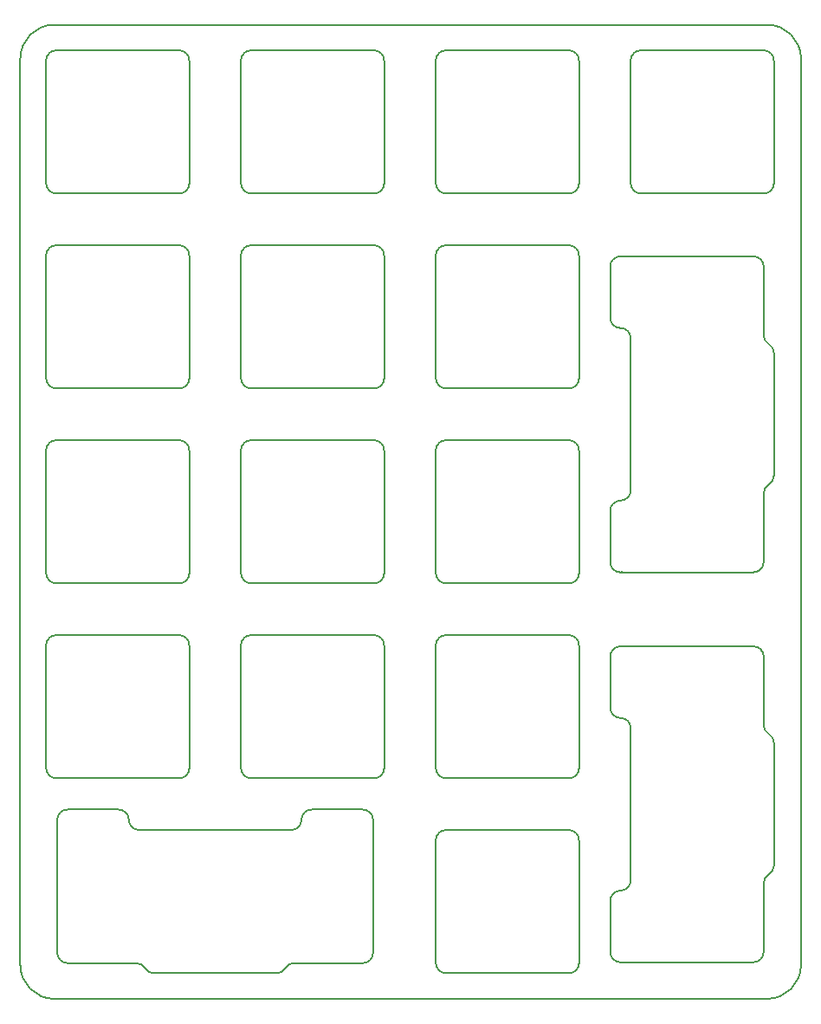
<source format=gbr>
%TF.GenerationSoftware,KiCad,Pcbnew,5.1.7-a382d34a8~88~ubuntu20.04.1*%
%TF.CreationDate,2021-03-29T23:20:52+02:00*%
%TF.ProjectId,discipad-plate,64697363-6970-4616-942d-706c6174652e,rev?*%
%TF.SameCoordinates,Original*%
%TF.FileFunction,Profile,NP*%
%FSLAX46Y46*%
G04 Gerber Fmt 4.6, Leading zero omitted, Abs format (unit mm)*
G04 Created by KiCad (PCBNEW 5.1.7-a382d34a8~88~ubuntu20.04.1) date 2021-03-29 23:20:52*
%MOMM*%
%LPD*%
G01*
G04 APERTURE LIST*
%TA.AperFunction,Profile*%
%ADD10C,0.200000*%
%TD*%
%TA.AperFunction,Profile*%
%ADD11C,0.150000*%
%TD*%
G04 APERTURE END LIST*
D10*
X131581519Y-134901494D02*
G75*
G02*
X132447544Y-134401494I866025J-500000D01*
G01*
X115277493Y-119401493D02*
X110277493Y-119401493D01*
X110277493Y-134401493D02*
G75*
G02*
X109277493Y-133401493I0J1000000D01*
G01*
X133153493Y-120401493D02*
X133153493Y-120401493D01*
X109277493Y-120401493D02*
G75*
G02*
X110277493Y-119401493I1000000J0D01*
G01*
X133153493Y-120401493D02*
G75*
G02*
X134153493Y-119401493I1000000J0D01*
G01*
X131581518Y-134901494D02*
G75*
G02*
X130715493Y-135401494I-866025J500000D01*
G01*
X140158993Y-120649847D02*
X140158989Y-120429286D01*
X132153493Y-121401494D02*
X117277493Y-121401494D01*
X130715493Y-135401494D02*
X118715493Y-135401494D01*
X140153493Y-133401493D02*
X140153493Y-120401493D01*
X117277493Y-121401493D02*
G75*
G02*
X116277493Y-120401493I0J1000000D01*
G01*
X115277493Y-119401493D02*
G75*
G02*
X116277493Y-120401493I0J-1000000D01*
G01*
X139153493Y-119401493D02*
X134153493Y-119401493D01*
X133153494Y-120401493D02*
G75*
G02*
X132153493Y-121401494I-1000001J0D01*
G01*
X116983443Y-134401494D02*
G75*
G02*
X117849468Y-134901494I0J-1000000D01*
G01*
X139153493Y-134401493D02*
X132447544Y-134401494D01*
X140153493Y-133401493D02*
G75*
G02*
X139153493Y-134401493I-1000000J0D01*
G01*
X116277493Y-120401493D02*
X116277493Y-120401493D01*
X110277493Y-134401493D02*
X116983443Y-134401494D01*
X139153493Y-119401493D02*
G75*
G02*
X140153493Y-120401493I0J-1000000D01*
G01*
X109282993Y-120649841D02*
X109282972Y-120429286D01*
X118715493Y-135401494D02*
G75*
G02*
X117849468Y-134901494I0J1000000D01*
G01*
X109277493Y-133401493D02*
X109277493Y-120401493D01*
X178840494Y-112019467D02*
G75*
G02*
X178340494Y-111153442I500000J866025D01*
G01*
X163340493Y-128323493D02*
X163340493Y-133323493D01*
X178340493Y-133323493D02*
G75*
G02*
X177340493Y-134323493I-1000000J0D01*
G01*
X164340493Y-110447493D02*
X164340493Y-110447493D01*
X164340493Y-134323493D02*
G75*
G02*
X163340493Y-133323493I0J1000000D01*
G01*
X164340493Y-110447493D02*
G75*
G02*
X163340493Y-109447493I0J1000000D01*
G01*
X178840494Y-112019468D02*
G75*
G02*
X179340494Y-112885493I-500000J-866025D01*
G01*
X164588847Y-103441993D02*
X164368286Y-103441997D01*
X165340494Y-111447493D02*
X165340494Y-126323493D01*
X179340494Y-112885493D02*
X179340494Y-124885493D01*
X177340493Y-103447493D02*
X164340493Y-103447493D01*
X165340493Y-126323493D02*
G75*
G02*
X164340493Y-127323493I-1000000J0D01*
G01*
X163340493Y-128323493D02*
G75*
G02*
X164340493Y-127323493I1000000J0D01*
G01*
X163340493Y-104447493D02*
X163340493Y-109447493D01*
X164340493Y-110447492D02*
G75*
G02*
X165340494Y-111447493I0J-1000001D01*
G01*
X178340494Y-126617543D02*
G75*
G02*
X178840494Y-125751518I1000000J0D01*
G01*
X178340493Y-104447493D02*
X178340494Y-111153442D01*
X177340493Y-103447493D02*
G75*
G02*
X178340493Y-104447493I0J-1000000D01*
G01*
X164340493Y-127323493D02*
X164340493Y-127323493D01*
X178340493Y-133323493D02*
X178340494Y-126617543D01*
X163340493Y-104447493D02*
G75*
G02*
X164340493Y-103447493I1000000J0D01*
G01*
X164588841Y-134317993D02*
X164368286Y-134318014D01*
X179340494Y-124885493D02*
G75*
G02*
X178840494Y-125751518I-1000000J0D01*
G01*
X177340493Y-134323493D02*
X164340493Y-134323493D01*
X163339693Y-66336493D02*
G75*
G02*
X164339693Y-65336493I1000000J0D01*
G01*
X177339693Y-65336493D02*
X164339693Y-65336493D01*
X178339693Y-95212493D02*
G75*
G02*
X177339693Y-96212493I-1000000J0D01*
G01*
X179339694Y-86774493D02*
G75*
G02*
X178839694Y-87640518I-1000000J0D01*
G01*
X163339693Y-90212493D02*
G75*
G02*
X164339693Y-89212493I1000000J0D01*
G01*
X178839694Y-73908468D02*
G75*
G02*
X179339694Y-74774493I-500000J-866025D01*
G01*
X164339693Y-72336493D02*
G75*
G02*
X163339693Y-71336493I0J1000000D01*
G01*
X164339693Y-96212493D02*
G75*
G02*
X163339693Y-95212493I0J1000000D01*
G01*
X178339693Y-66336493D02*
X178339694Y-73042442D01*
X165339694Y-73336493D02*
X165339694Y-88212493D01*
X164339693Y-89212493D02*
X164339693Y-89212493D01*
X164339693Y-72336493D02*
X164339693Y-72336493D01*
X178339693Y-95212493D02*
X178339694Y-88506543D01*
X165339693Y-88212493D02*
G75*
G02*
X164339693Y-89212493I-1000000J0D01*
G01*
X177339693Y-65336493D02*
G75*
G02*
X178339693Y-66336493I0J-1000000D01*
G01*
X177339693Y-96212493D02*
X164339693Y-96212493D01*
X164339693Y-72336492D02*
G75*
G02*
X165339694Y-73336493I0J-1000001D01*
G01*
X178339694Y-88506543D02*
G75*
G02*
X178839694Y-87640518I1000000J0D01*
G01*
X178839694Y-73908467D02*
G75*
G02*
X178339694Y-73042442I500000J866025D01*
G01*
X163339693Y-66336493D02*
X163339693Y-71336493D01*
X179339694Y-74774493D02*
X179339694Y-86774493D01*
X163339693Y-90212493D02*
X163339693Y-95212493D01*
X164588041Y-96206993D02*
X164367486Y-96207014D01*
X164588047Y-65330993D02*
X164367486Y-65330997D01*
X159288999Y-121400993D02*
X147288993Y-121400993D01*
X146288992Y-122400994D02*
G75*
G02*
X147288993Y-121400993I1000001J0D01*
G01*
X159288999Y-121400993D02*
G75*
G02*
X160289000Y-122400994I0J-1000001D01*
G01*
X160289000Y-134401000D02*
G75*
G02*
X159288999Y-135401001I-1000001J0D01*
G01*
X147288993Y-135401001D02*
X159288999Y-135401001D01*
X160289000Y-134401000D02*
X160289000Y-122400994D01*
X146288992Y-122400994D02*
X146288992Y-134401000D01*
X147288993Y-135401001D02*
G75*
G02*
X146288992Y-134401000I0J1000001D01*
G01*
X108188992Y-103350994D02*
G75*
G02*
X109188993Y-102350993I1000001J0D01*
G01*
X122189000Y-115351000D02*
G75*
G02*
X121188999Y-116351001I-1000001J0D01*
G01*
X127238992Y-103350994D02*
G75*
G02*
X128238993Y-102350993I1000001J0D01*
G01*
X121188999Y-102350993D02*
X109188993Y-102350993D01*
X141239000Y-115351000D02*
X141239000Y-103350994D01*
X109188993Y-116351001D02*
X121188999Y-116351001D01*
X160289000Y-115351000D02*
X160289000Y-103350994D01*
X127238992Y-103350994D02*
X127238992Y-115351000D01*
X147288993Y-116351001D02*
G75*
G02*
X146288992Y-115351000I0J1000001D01*
G01*
X140238999Y-102350993D02*
X128238993Y-102350993D01*
X122189000Y-115351000D02*
X122189000Y-103350994D01*
X159288999Y-102350993D02*
X147288993Y-102350993D01*
X146288992Y-103350994D02*
G75*
G02*
X147288993Y-102350993I1000001J0D01*
G01*
X160289000Y-115351000D02*
G75*
G02*
X159288999Y-116351001I-1000001J0D01*
G01*
X121188999Y-102350993D02*
G75*
G02*
X122189000Y-103350994I0J-1000001D01*
G01*
X147288993Y-116351001D02*
X159288999Y-116351001D01*
X109188993Y-116351001D02*
G75*
G02*
X108188992Y-115351000I0J1000001D01*
G01*
X141239000Y-115351000D02*
G75*
G02*
X140238999Y-116351001I-1000001J0D01*
G01*
X128238993Y-116351001D02*
X140238999Y-116351001D01*
X108188992Y-103350994D02*
X108188992Y-115351000D01*
X159288999Y-102350993D02*
G75*
G02*
X160289000Y-103350994I0J-1000001D01*
G01*
X140238999Y-102350993D02*
G75*
G02*
X141239000Y-103350994I0J-1000001D01*
G01*
X146288992Y-103350994D02*
X146288992Y-115351000D01*
X128238993Y-116351001D02*
G75*
G02*
X127238992Y-115351000I0J1000001D01*
G01*
X108188992Y-84300994D02*
G75*
G02*
X109188993Y-83300993I1000001J0D01*
G01*
X122189000Y-96301000D02*
G75*
G02*
X121188999Y-97301001I-1000001J0D01*
G01*
X127238992Y-84300994D02*
G75*
G02*
X128238993Y-83300993I1000001J0D01*
G01*
X121188999Y-83300993D02*
X109188993Y-83300993D01*
X141239000Y-96301000D02*
X141239000Y-84300994D01*
X109188993Y-97301001D02*
X121188999Y-97301001D01*
X160289000Y-96301000D02*
X160289000Y-84300994D01*
X127238992Y-84300994D02*
X127238992Y-96301000D01*
X147288993Y-97301001D02*
G75*
G02*
X146288992Y-96301000I0J1000001D01*
G01*
X140238999Y-83300993D02*
X128238993Y-83300993D01*
X122189000Y-96301000D02*
X122189000Y-84300994D01*
X159288999Y-83300993D02*
X147288993Y-83300993D01*
X146288992Y-84300994D02*
G75*
G02*
X147288993Y-83300993I1000001J0D01*
G01*
X160289000Y-96301000D02*
G75*
G02*
X159288999Y-97301001I-1000001J0D01*
G01*
X121188999Y-83300993D02*
G75*
G02*
X122189000Y-84300994I0J-1000001D01*
G01*
X147288993Y-97301001D02*
X159288999Y-97301001D01*
X109188993Y-97301001D02*
G75*
G02*
X108188992Y-96301000I0J1000001D01*
G01*
X141239000Y-96301000D02*
G75*
G02*
X140238999Y-97301001I-1000001J0D01*
G01*
X128238993Y-97301001D02*
X140238999Y-97301001D01*
X108188992Y-84300994D02*
X108188992Y-96301000D01*
X159288999Y-83300993D02*
G75*
G02*
X160289000Y-84300994I0J-1000001D01*
G01*
X140238999Y-83300993D02*
G75*
G02*
X141239000Y-84300994I0J-1000001D01*
G01*
X146288992Y-84300994D02*
X146288992Y-96301000D01*
X128238993Y-97301001D02*
G75*
G02*
X127238992Y-96301000I0J1000001D01*
G01*
X122189000Y-77251000D02*
G75*
G02*
X121188999Y-78251001I-1000001J0D01*
G01*
X140238999Y-64250993D02*
X128238993Y-64250993D01*
X160289000Y-77251000D02*
X160289000Y-65250994D01*
X147288993Y-78251001D02*
X159288999Y-78251001D01*
X127238992Y-65250994D02*
G75*
G02*
X128238993Y-64250993I1000001J0D01*
G01*
X128238993Y-78251001D02*
G75*
G02*
X127238992Y-77251000I0J1000001D01*
G01*
X141239000Y-77251000D02*
G75*
G02*
X140238999Y-78251001I-1000001J0D01*
G01*
X109188993Y-78251001D02*
G75*
G02*
X108188992Y-77251000I0J1000001D01*
G01*
X146288992Y-65250994D02*
X146288992Y-77251000D01*
X140238999Y-64250993D02*
G75*
G02*
X141239000Y-65250994I0J-1000001D01*
G01*
X159288999Y-64250993D02*
G75*
G02*
X160289000Y-65250994I0J-1000001D01*
G01*
X159288999Y-64250993D02*
X147288993Y-64250993D01*
X141239000Y-77251000D02*
X141239000Y-65250994D01*
X127238992Y-65250994D02*
X127238992Y-77251000D01*
X108188992Y-65250994D02*
X108188992Y-77251000D01*
X128238993Y-78251001D02*
X140238999Y-78251001D01*
X121188999Y-64250993D02*
X109188993Y-64250993D01*
X147288993Y-78251001D02*
G75*
G02*
X146288992Y-77251000I0J1000001D01*
G01*
X122189000Y-77251000D02*
X122189000Y-65250994D01*
X160289000Y-77251000D02*
G75*
G02*
X159288999Y-78251001I-1000001J0D01*
G01*
X109188993Y-78251001D02*
X121188999Y-78251001D01*
X146288992Y-65250994D02*
G75*
G02*
X147288993Y-64250993I1000001J0D01*
G01*
X108188992Y-65250994D02*
G75*
G02*
X109188993Y-64250993I1000001J0D01*
G01*
X121188999Y-64250993D02*
G75*
G02*
X122189000Y-65250994I0J-1000001D01*
G01*
X179339000Y-58201000D02*
X179339000Y-46200994D01*
X166338993Y-59201001D02*
X178338999Y-59201001D01*
X165338992Y-46200994D02*
X165338992Y-58201000D01*
X178338999Y-45200993D02*
G75*
G02*
X179339000Y-46200994I0J-1000001D01*
G01*
X178338999Y-45200993D02*
X166338993Y-45200993D01*
X166338993Y-59201001D02*
G75*
G02*
X165338992Y-58201000I0J1000001D01*
G01*
X179339000Y-58201000D02*
G75*
G02*
X178338999Y-59201001I-1000001J0D01*
G01*
X165338992Y-46200994D02*
G75*
G02*
X166338993Y-45200993I1000001J0D01*
G01*
X159288999Y-45200993D02*
X147288993Y-45200993D01*
X146288992Y-46200994D02*
G75*
G02*
X147288993Y-45200993I1000001J0D01*
G01*
X147288993Y-59201001D02*
G75*
G02*
X146288992Y-58201000I0J1000001D01*
G01*
X160289000Y-58201000D02*
G75*
G02*
X159288999Y-59201001I-1000001J0D01*
G01*
X159288999Y-45200993D02*
G75*
G02*
X160289000Y-46200994I0J-1000001D01*
G01*
X160289000Y-58201000D02*
X160289000Y-46200994D01*
X146288992Y-46200994D02*
X146288992Y-58201000D01*
X147288993Y-59201001D02*
X159288999Y-59201001D01*
X141239000Y-58201000D02*
G75*
G02*
X140238999Y-59201001I-1000001J0D01*
G01*
X128238993Y-59201001D02*
G75*
G02*
X127238992Y-58201000I0J1000001D01*
G01*
X127238992Y-46200994D02*
X127238992Y-58201000D01*
X140238999Y-45200993D02*
X128238993Y-45200993D01*
X141239000Y-58201000D02*
X141239000Y-46200994D01*
X128238993Y-59201001D02*
X140238999Y-59201001D01*
X127238992Y-46200994D02*
G75*
G02*
X128238993Y-45200993I1000001J0D01*
G01*
X140238999Y-45200993D02*
G75*
G02*
X141239000Y-46200994I0J-1000001D01*
G01*
X109188993Y-59201001D02*
G75*
G02*
X108188992Y-58201000I0J1000001D01*
G01*
X121188999Y-45200993D02*
X109188993Y-45200993D01*
X122189000Y-58201000D02*
X122189000Y-46200994D01*
X108188992Y-46200994D02*
G75*
G02*
X109188993Y-45200993I1000001J0D01*
G01*
X121188999Y-45200993D02*
G75*
G02*
X122189000Y-46200994I0J-1000001D01*
G01*
X122189000Y-58201000D02*
G75*
G02*
X121188999Y-59201001I-1000001J0D01*
G01*
X109188993Y-59201001D02*
X121188999Y-59201001D01*
X108188992Y-46200994D02*
X108188992Y-58201000D01*
D11*
X108977543Y-137901737D02*
G75*
G02*
X105670421Y-134594615I0J3307122D01*
G01*
X181996697Y-134594615D02*
G75*
G02*
X178689575Y-137901737I-3307122J0D01*
G01*
X178689575Y-42701737D02*
G75*
G02*
X181996697Y-46008859I0J-3307122D01*
G01*
X105670421Y-46008859D02*
G75*
G02*
X108977543Y-42701737I3307122J0D01*
G01*
X105670421Y-134594615D02*
X105670421Y-46008859D01*
X108977543Y-42701737D02*
X178689575Y-42701737D01*
X181996697Y-46008859D02*
X181996697Y-134594615D01*
X178689575Y-137901737D02*
X108977543Y-137901737D01*
M02*

</source>
